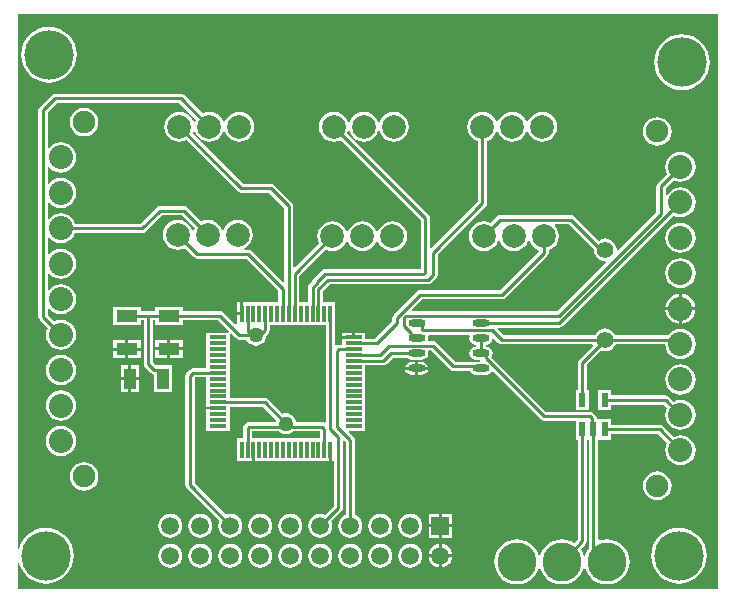
<source format=gtl>
G04*
G04 #@! TF.GenerationSoftware,Altium Limited,Altium Designer,19.1.5 (86)*
G04*
G04 Layer_Physical_Order=1*
G04 Layer_Color=255*
%FSLAX25Y25*%
%MOIN*%
G70*
G01*
G75*
%ADD10C,0.01000*%
%ADD16R,0.04016X0.07165*%
%ADD17R,0.07165X0.04016*%
%ADD18R,0.01181X0.05709*%
%ADD19R,0.05709X0.01181*%
%ADD20O,0.05709X0.02362*%
%ADD21R,0.02362X0.04724*%
%ADD37C,0.07874*%
%ADD38C,0.13000*%
%ADD39C,0.16500*%
%ADD40C,0.05906*%
%ADD41R,0.05906X0.05906*%
%ADD42C,0.05512*%
%ADD43C,0.07500*%
%ADD44C,0.08000*%
%ADD45C,0.05000*%
G36*
X234971Y1529D02*
X1529D01*
Y10133D01*
X2029Y10207D01*
X2413Y8943D01*
X3272Y7336D01*
X4428Y5928D01*
X5836Y4772D01*
X7443Y3913D01*
X9187Y3384D01*
X11000Y3205D01*
X12813Y3384D01*
X14557Y3913D01*
X16164Y4772D01*
X17572Y5928D01*
X18728Y7336D01*
X19587Y8943D01*
X20116Y10687D01*
X20295Y12500D01*
X20116Y14313D01*
X19587Y16057D01*
X18728Y17664D01*
X17572Y19072D01*
X16164Y20228D01*
X14557Y21087D01*
X12813Y21616D01*
X11000Y21795D01*
X9187Y21616D01*
X7443Y21087D01*
X5836Y20228D01*
X4428Y19072D01*
X3272Y17664D01*
X2413Y16057D01*
X2029Y14793D01*
X1529Y14867D01*
Y192971D01*
X234971D01*
Y1529D01*
D02*
G37*
%LPC*%
G36*
X12000Y188795D02*
X10187Y188616D01*
X8443Y188087D01*
X6836Y187228D01*
X5428Y186072D01*
X4272Y184664D01*
X3413Y183057D01*
X2884Y181313D01*
X2705Y179500D01*
X2884Y177687D01*
X3413Y175943D01*
X4272Y174336D01*
X5428Y172928D01*
X6836Y171772D01*
X8443Y170913D01*
X10187Y170384D01*
X12000Y170205D01*
X13813Y170384D01*
X15557Y170913D01*
X17164Y171772D01*
X18572Y172928D01*
X19728Y174336D01*
X20587Y175943D01*
X21116Y177687D01*
X21295Y179500D01*
X21116Y181313D01*
X20587Y183057D01*
X19728Y184664D01*
X18572Y186072D01*
X17164Y187228D01*
X15557Y188087D01*
X13813Y188616D01*
X12000Y188795D01*
D02*
G37*
G36*
X223000Y186295D02*
X221187Y186116D01*
X219443Y185587D01*
X217836Y184728D01*
X216428Y183572D01*
X215272Y182164D01*
X214413Y180557D01*
X213884Y178813D01*
X213705Y177000D01*
X213884Y175187D01*
X214413Y173443D01*
X215272Y171836D01*
X216428Y170428D01*
X217836Y169272D01*
X219443Y168413D01*
X221187Y167884D01*
X223000Y167705D01*
X224813Y167884D01*
X226557Y168413D01*
X228164Y169272D01*
X229572Y170428D01*
X230728Y171836D01*
X231587Y173443D01*
X232116Y175187D01*
X232295Y177000D01*
X232116Y178813D01*
X231587Y180557D01*
X230728Y182164D01*
X229572Y183572D01*
X228164Y184728D01*
X226557Y185587D01*
X224813Y186116D01*
X223000Y186295D01*
D02*
G37*
G36*
X56000Y166529D02*
X14000D01*
X13415Y166413D01*
X12919Y166081D01*
X8919Y162081D01*
X8587Y161585D01*
X8471Y161000D01*
Y92189D01*
X8587Y91604D01*
X8919Y91108D01*
X11540Y88486D01*
X11129Y87494D01*
X10957Y86189D01*
X11129Y84884D01*
X11632Y83667D01*
X12434Y82623D01*
X13478Y81822D01*
X14695Y81318D01*
X16000Y81146D01*
X17305Y81318D01*
X18522Y81822D01*
X19566Y82623D01*
X20368Y83667D01*
X20871Y84884D01*
X21043Y86189D01*
X20871Y87494D01*
X20368Y88711D01*
X19566Y89755D01*
X18522Y90557D01*
X17305Y91060D01*
X16000Y91232D01*
X14695Y91060D01*
X13702Y90649D01*
X11529Y92822D01*
Y94792D01*
X12029Y94961D01*
X12434Y94434D01*
X13478Y93633D01*
X14695Y93129D01*
X16000Y92957D01*
X17305Y93129D01*
X18522Y93633D01*
X19566Y94434D01*
X20368Y95478D01*
X20871Y96695D01*
X21043Y98000D01*
X20871Y99305D01*
X20368Y100522D01*
X19566Y101566D01*
X18522Y102367D01*
X17305Y102871D01*
X16000Y103043D01*
X14695Y102871D01*
X13478Y102367D01*
X12434Y101566D01*
X12029Y101039D01*
X11529Y101208D01*
Y106603D01*
X12029Y106772D01*
X12434Y106245D01*
X13478Y105444D01*
X14695Y104940D01*
X16000Y104768D01*
X17305Y104940D01*
X18522Y105444D01*
X19566Y106245D01*
X20368Y107289D01*
X20871Y108506D01*
X21043Y109811D01*
X20871Y111116D01*
X20368Y112333D01*
X19566Y113377D01*
X18522Y114179D01*
X17305Y114682D01*
X16000Y114854D01*
X14695Y114682D01*
X13478Y114179D01*
X12434Y113377D01*
X12029Y112850D01*
X11529Y113020D01*
Y118413D01*
X12029Y118583D01*
X12434Y118056D01*
X13478Y117254D01*
X14695Y116751D01*
X16000Y116579D01*
X17305Y116751D01*
X18522Y117254D01*
X19566Y118056D01*
X20368Y119100D01*
X20778Y120093D01*
X43122D01*
X43707Y120209D01*
X44203Y120541D01*
X49633Y125971D01*
X56366D01*
X60588Y121749D01*
X60271Y120983D01*
X59729D01*
X59312Y121990D01*
X58521Y123021D01*
X57490Y123812D01*
X56289Y124310D01*
X55000Y124480D01*
X53711Y124310D01*
X52510Y123812D01*
X51479Y123021D01*
X50687Y121990D01*
X50190Y120789D01*
X50020Y119500D01*
X50190Y118211D01*
X50687Y117010D01*
X51479Y115979D01*
X52510Y115188D01*
X53711Y114690D01*
X55000Y114520D01*
X56289Y114690D01*
X57249Y115088D01*
X60419Y111919D01*
X60915Y111587D01*
X61500Y111471D01*
X77867D01*
X88486Y100851D01*
Y96992D01*
X76614D01*
Y93138D01*
X76236D01*
Y92638D01*
X74646D01*
Y89724D01*
X74146Y89517D01*
X70081Y93581D01*
X69585Y93913D01*
X69000Y94029D01*
X56583D01*
Y95520D01*
X47417D01*
Y94041D01*
X42583D01*
Y95358D01*
X33417D01*
Y89343D01*
X42583D01*
Y90982D01*
X43551D01*
Y76431D01*
X43668Y75846D01*
X43999Y75350D01*
X46074Y73274D01*
X46571Y72943D01*
X47004Y72857D01*
Y66917D01*
X53020D01*
Y76083D01*
X47592D01*
X46610Y77065D01*
Y90982D01*
X47417D01*
Y89504D01*
X56583D01*
Y90971D01*
X68366D01*
X71983Y87354D01*
X71776Y86854D01*
X64508D01*
Y83673D01*
Y79736D01*
Y74982D01*
X59953D01*
X59368Y74866D01*
X58871Y74534D01*
X57919Y73581D01*
X57587Y73085D01*
X57471Y72500D01*
Y36000D01*
X57587Y35415D01*
X57919Y34919D01*
X68841Y23996D01*
X68649Y23532D01*
X68513Y22500D01*
X68649Y21468D01*
X69047Y20507D01*
X69681Y19681D01*
X70507Y19047D01*
X71468Y18649D01*
X72500Y18513D01*
X73532Y18649D01*
X74493Y19047D01*
X75319Y19681D01*
X75953Y20507D01*
X76351Y21468D01*
X76487Y22500D01*
X76351Y23532D01*
X75953Y24493D01*
X75319Y25319D01*
X74493Y25953D01*
X73532Y26351D01*
X72500Y26487D01*
X71468Y26351D01*
X71004Y26159D01*
X60529Y36634D01*
Y71867D01*
X60586Y71923D01*
X64508D01*
Y69894D01*
Y65957D01*
Y62020D01*
Y62019D01*
X68362D01*
Y61264D01*
X64508D01*
Y58083D01*
Y54146D01*
X72216D01*
Y58083D01*
Y62081D01*
X83256D01*
X87688Y57649D01*
X87590Y57414D01*
X87539Y57029D01*
X78791D01*
X78205Y56913D01*
X77709Y56581D01*
X77123Y55996D01*
X76792Y55500D01*
X76675Y54914D01*
Y51717D01*
X74646D01*
Y44008D01*
X79796D01*
Y47862D01*
X80551D01*
Y44008D01*
X105386D01*
Y47862D01*
X106264D01*
Y44008D01*
X106971D01*
Y29133D01*
X103996Y26159D01*
X103532Y26351D01*
X102500Y26487D01*
X101468Y26351D01*
X100507Y25953D01*
X99681Y25319D01*
X99047Y24493D01*
X98649Y23532D01*
X98513Y22500D01*
X98649Y21468D01*
X99047Y20507D01*
X99681Y19681D01*
X100507Y19047D01*
X101468Y18649D01*
X102500Y18513D01*
X103532Y18649D01*
X104493Y19047D01*
X105319Y19681D01*
X105953Y20507D01*
X106351Y21468D01*
X106487Y22500D01*
X106351Y23532D01*
X106159Y23996D01*
X109581Y27419D01*
X109913Y27915D01*
X110029Y28500D01*
Y50654D01*
X110491Y50846D01*
X110971Y50366D01*
Y26145D01*
X110507Y25953D01*
X109681Y25319D01*
X109047Y24493D01*
X108649Y23532D01*
X108513Y22500D01*
X108649Y21468D01*
X109047Y20507D01*
X109681Y19681D01*
X110507Y19047D01*
X111468Y18649D01*
X112500Y18513D01*
X113532Y18649D01*
X114493Y19047D01*
X115319Y19681D01*
X115953Y20507D01*
X116351Y21468D01*
X116487Y22500D01*
X116351Y23532D01*
X115953Y24493D01*
X115319Y25319D01*
X114493Y25953D01*
X114029Y26145D01*
Y51000D01*
X113913Y51585D01*
X113581Y52081D01*
X111979Y53684D01*
X112171Y54146D01*
X117492D01*
Y56114D01*
Y60051D01*
Y63988D01*
Y67925D01*
Y71862D01*
Y75971D01*
X123500D01*
X124085Y76087D01*
X124581Y76419D01*
X126634Y78471D01*
X131269D01*
X131298Y78427D01*
X132019Y77946D01*
X132870Y77776D01*
X136217D01*
X137068Y77946D01*
X137789Y78427D01*
X138271Y79149D01*
X138441Y80000D01*
X138347Y80471D01*
X138747Y80971D01*
X139289D01*
X145711Y74548D01*
X146208Y74216D01*
X146793Y74100D01*
X152305D01*
X152754Y73427D01*
X153476Y72945D01*
X154327Y72776D01*
X157673D01*
X158524Y72945D01*
X159246Y73427D01*
X159493Y73798D01*
X159991Y73847D01*
X175919Y57919D01*
X176415Y57587D01*
X177000Y57471D01*
X187579D01*
Y51217D01*
X188230D01*
Y17893D01*
X187132Y16795D01*
X185884Y17463D01*
X184470Y17891D01*
X183000Y18036D01*
X181530Y17891D01*
X180116Y17463D01*
X178813Y16766D01*
X177671Y15829D01*
X176734Y14687D01*
X176037Y13384D01*
X175761Y12474D01*
X175239D01*
X174963Y13384D01*
X174266Y14687D01*
X173329Y15829D01*
X172187Y16766D01*
X170884Y17463D01*
X169470Y17891D01*
X168000Y18036D01*
X166530Y17891D01*
X165116Y17463D01*
X163813Y16766D01*
X162671Y15829D01*
X161734Y14687D01*
X161037Y13384D01*
X160608Y11970D01*
X160464Y10500D01*
X160608Y9030D01*
X161037Y7616D01*
X161734Y6313D01*
X162671Y5171D01*
X163813Y4234D01*
X165116Y3537D01*
X166530Y3108D01*
X168000Y2964D01*
X169470Y3108D01*
X170884Y3537D01*
X172187Y4234D01*
X173329Y5171D01*
X174266Y6313D01*
X174963Y7616D01*
X175239Y8526D01*
X175761D01*
X176037Y7616D01*
X176734Y6313D01*
X177671Y5171D01*
X178813Y4234D01*
X180116Y3537D01*
X181530Y3108D01*
X183000Y2964D01*
X184470Y3108D01*
X185884Y3537D01*
X187187Y4234D01*
X188329Y5171D01*
X189266Y6313D01*
X189963Y7616D01*
X190239Y8526D01*
X190761D01*
X191037Y7616D01*
X191734Y6313D01*
X192671Y5171D01*
X193813Y4234D01*
X195116Y3537D01*
X196530Y3108D01*
X198000Y2964D01*
X199470Y3108D01*
X200884Y3537D01*
X202187Y4234D01*
X203329Y5171D01*
X204266Y6313D01*
X204963Y7616D01*
X205392Y9030D01*
X205536Y10500D01*
X205392Y11970D01*
X204963Y13384D01*
X204266Y14687D01*
X203329Y15829D01*
X202187Y16766D01*
X200884Y17463D01*
X199470Y17891D01*
X198000Y18036D01*
X196530Y17891D01*
X195529Y17588D01*
X195029Y17959D01*
Y51217D01*
X199421D01*
Y53049D01*
X214921D01*
X218040Y49931D01*
X217629Y48939D01*
X217457Y47634D01*
X217629Y46328D01*
X218132Y45112D01*
X218934Y44068D01*
X219978Y43266D01*
X221195Y42763D01*
X222500Y42591D01*
X223805Y42763D01*
X225022Y43266D01*
X226066Y44068D01*
X226868Y45112D01*
X227371Y46328D01*
X227543Y47634D01*
X227371Y48939D01*
X226868Y50155D01*
X226066Y51200D01*
X225022Y52001D01*
X223805Y52505D01*
X222500Y52677D01*
X221195Y52505D01*
X220203Y52094D01*
X216636Y55660D01*
X216140Y55992D01*
X215555Y56108D01*
X199421D01*
Y57941D01*
X194529D01*
Y58414D01*
X194413Y59000D01*
X194081Y59496D01*
X193496Y60081D01*
X192999Y60413D01*
X192414Y60529D01*
X177634D01*
X159442Y78721D01*
X159728Y79149D01*
X159897Y80000D01*
X159728Y80851D01*
X159246Y81573D01*
X158524Y82055D01*
X157673Y82224D01*
X157529D01*
Y82776D01*
X157673D01*
X158524Y82946D01*
X159246Y83428D01*
X159728Y84149D01*
X159842Y84723D01*
X160384Y84887D01*
X161853Y83419D01*
X162349Y83087D01*
X162934Y82971D01*
X193154D01*
X193346Y82509D01*
X188678Y77841D01*
X188347Y77345D01*
X188230Y76760D01*
Y67783D01*
X187579D01*
Y61059D01*
X191941D01*
Y67783D01*
X191289D01*
Y76126D01*
X196155Y80992D01*
X196519Y80841D01*
X197500Y80712D01*
X198480Y80841D01*
X199394Y81219D01*
X200179Y81821D01*
X200781Y82606D01*
X200932Y82971D01*
X217470D01*
X217629Y81762D01*
X218132Y80545D01*
X218934Y79501D01*
X219978Y78699D01*
X221195Y78196D01*
X222500Y78024D01*
X223805Y78196D01*
X225022Y78699D01*
X226066Y79501D01*
X226868Y80545D01*
X227371Y81762D01*
X227543Y83067D01*
X227371Y84372D01*
X226868Y85589D01*
X226066Y86633D01*
X225022Y87435D01*
X223805Y87938D01*
X222500Y88110D01*
X221195Y87938D01*
X219978Y87435D01*
X218934Y86633D01*
X218471Y86029D01*
X200932D01*
X200781Y86394D01*
X200179Y87179D01*
X199394Y87781D01*
X198480Y88159D01*
X197500Y88288D01*
X196519Y88159D01*
X195606Y87781D01*
X194821Y87179D01*
X194219Y86394D01*
X194068Y86029D01*
X163568D01*
X161589Y88009D01*
X161780Y88471D01*
X182189D01*
X182774Y88587D01*
X183270Y88919D01*
X220203Y125851D01*
X221195Y125440D01*
X222500Y125268D01*
X223805Y125440D01*
X225022Y125944D01*
X226066Y126745D01*
X226868Y127789D01*
X227371Y129006D01*
X227543Y130311D01*
X227371Y131616D01*
X226868Y132833D01*
X226066Y133877D01*
X225022Y134678D01*
X223805Y135182D01*
X222500Y135354D01*
X221195Y135182D01*
X219978Y134678D01*
X218934Y133877D01*
X218132Y132833D01*
X218029Y132584D01*
X217529Y132683D01*
Y134988D01*
X220203Y137662D01*
X221195Y137251D01*
X222500Y137079D01*
X223805Y137251D01*
X225022Y137754D01*
X226066Y138556D01*
X226868Y139600D01*
X227371Y140817D01*
X227543Y142122D01*
X227371Y143427D01*
X226868Y144644D01*
X226066Y145688D01*
X225022Y146490D01*
X223805Y146993D01*
X222500Y147165D01*
X221195Y146993D01*
X219978Y146490D01*
X218934Y145688D01*
X218132Y144644D01*
X217629Y143427D01*
X217457Y142122D01*
X217629Y140817D01*
X218040Y139824D01*
X214919Y136703D01*
X214587Y136207D01*
X214471Y135622D01*
Y127134D01*
X201741Y114404D01*
X201270Y114640D01*
X201159Y115480D01*
X200781Y116394D01*
X200179Y117179D01*
X199394Y117781D01*
X198480Y118159D01*
X197500Y118288D01*
X196519Y118159D01*
X195606Y117781D01*
X195196Y117467D01*
X187081Y125581D01*
X186585Y125913D01*
X186000Y126029D01*
X162500D01*
X161915Y125913D01*
X161419Y125581D01*
X159249Y123412D01*
X158289Y123810D01*
X157000Y123980D01*
X155711Y123810D01*
X154510Y123312D01*
X153479Y122521D01*
X152688Y121490D01*
X152190Y120289D01*
X152020Y119000D01*
X152190Y117711D01*
X152688Y116510D01*
X153479Y115479D01*
X154510Y114688D01*
X155711Y114190D01*
X157000Y114020D01*
X158289Y114190D01*
X159490Y114688D01*
X160521Y115479D01*
X161312Y116510D01*
X161729Y117517D01*
X162271D01*
X162688Y116510D01*
X163479Y115479D01*
X164510Y114688D01*
X165711Y114190D01*
X167000Y114020D01*
X168289Y114190D01*
X169490Y114688D01*
X170521Y115479D01*
X171312Y116510D01*
X171729Y117517D01*
X172271D01*
X172687Y116510D01*
X173479Y115479D01*
X174510Y114688D01*
X175081Y114451D01*
X175198Y113861D01*
X162366Y101029D01*
X135823D01*
X135238Y100913D01*
X134742Y100581D01*
X126919Y92758D01*
X126587Y92262D01*
X126471Y91677D01*
Y90633D01*
X120662Y84825D01*
X117492D01*
Y86854D01*
X114138D01*
Y85264D01*
X113638D01*
Y84886D01*
X109783D01*
Y82856D01*
X108586D01*
X108001Y82740D01*
X107793Y82601D01*
X107293Y82868D01*
Y89284D01*
X107354D01*
Y96992D01*
X103356D01*
Y100693D01*
X105633Y102971D01*
X138500D01*
X139085Y103087D01*
X139581Y103419D01*
X141081Y104919D01*
X141413Y105415D01*
X141529Y106000D01*
Y112866D01*
X157581Y128919D01*
X157913Y129415D01*
X158029Y130000D01*
Y150790D01*
X158990Y151188D01*
X160021Y151979D01*
X160812Y153010D01*
X161229Y154017D01*
X161771D01*
X162188Y153010D01*
X162979Y151979D01*
X164010Y151188D01*
X165211Y150690D01*
X166500Y150520D01*
X167789Y150690D01*
X168990Y151188D01*
X170021Y151979D01*
X170812Y153010D01*
X171229Y154017D01*
X171771D01*
X172187Y153010D01*
X172979Y151979D01*
X174010Y151188D01*
X175211Y150690D01*
X176500Y150520D01*
X177789Y150690D01*
X178990Y151188D01*
X180021Y151979D01*
X180813Y153010D01*
X181310Y154211D01*
X181480Y155500D01*
X181310Y156789D01*
X180813Y157990D01*
X180021Y159021D01*
X178990Y159812D01*
X177789Y160310D01*
X176500Y160480D01*
X175211Y160310D01*
X174010Y159812D01*
X172979Y159021D01*
X172187Y157990D01*
X171771Y156983D01*
X171229D01*
X170812Y157990D01*
X170021Y159021D01*
X168990Y159812D01*
X167789Y160310D01*
X166500Y160480D01*
X165211Y160310D01*
X164010Y159812D01*
X162979Y159021D01*
X162188Y157990D01*
X161771Y156983D01*
X161229D01*
X160812Y157990D01*
X160021Y159021D01*
X158990Y159812D01*
X157789Y160310D01*
X156500Y160480D01*
X155211Y160310D01*
X154010Y159812D01*
X152979Y159021D01*
X152188Y157990D01*
X151690Y156789D01*
X151520Y155500D01*
X151690Y154211D01*
X152188Y153010D01*
X152979Y151979D01*
X154010Y151188D01*
X154971Y150790D01*
Y130633D01*
X139491Y115154D01*
X139029Y115346D01*
Y125000D01*
X138913Y125585D01*
X138581Y126081D01*
X111412Y153251D01*
X111729Y154017D01*
X112271D01*
X112688Y153010D01*
X113479Y151979D01*
X114510Y151188D01*
X115711Y150690D01*
X117000Y150520D01*
X118289Y150690D01*
X119490Y151188D01*
X120521Y151979D01*
X121312Y153010D01*
X121729Y154017D01*
X122271D01*
X122687Y153010D01*
X123479Y151979D01*
X124510Y151188D01*
X125711Y150690D01*
X127000Y150520D01*
X128289Y150690D01*
X129490Y151188D01*
X130521Y151979D01*
X131313Y153010D01*
X131810Y154211D01*
X131980Y155500D01*
X131810Y156789D01*
X131313Y157990D01*
X130521Y159021D01*
X129490Y159812D01*
X128289Y160310D01*
X127000Y160480D01*
X125711Y160310D01*
X124510Y159812D01*
X123479Y159021D01*
X122687Y157990D01*
X122271Y156983D01*
X121729D01*
X121312Y157990D01*
X120521Y159021D01*
X119490Y159812D01*
X118289Y160310D01*
X117000Y160480D01*
X115711Y160310D01*
X114510Y159812D01*
X113479Y159021D01*
X112688Y157990D01*
X112271Y156983D01*
X111729D01*
X111312Y157990D01*
X110521Y159021D01*
X109490Y159812D01*
X108289Y160310D01*
X107000Y160480D01*
X105711Y160310D01*
X104510Y159812D01*
X103479Y159021D01*
X102688Y157990D01*
X102190Y156789D01*
X102020Y155500D01*
X102190Y154211D01*
X102688Y153010D01*
X103479Y151979D01*
X104510Y151188D01*
X105711Y150690D01*
X107000Y150520D01*
X108289Y150690D01*
X109249Y151088D01*
X135971Y124366D01*
Y108029D01*
X104000D01*
X103415Y107913D01*
X102919Y107581D01*
X100169Y104831D01*
X99837Y104335D01*
X99754Y103917D01*
X98777Y102940D01*
X98445Y102444D01*
X98329Y101858D01*
Y96992D01*
X95482D01*
Y105819D01*
X104251Y114588D01*
X105211Y114190D01*
X106500Y114020D01*
X107789Y114190D01*
X108990Y114688D01*
X110021Y115479D01*
X110812Y116510D01*
X111229Y117517D01*
X111771D01*
X112188Y116510D01*
X112979Y115479D01*
X114010Y114688D01*
X115211Y114190D01*
X116500Y114020D01*
X117789Y114190D01*
X118990Y114688D01*
X120021Y115479D01*
X120812Y116510D01*
X121229Y117517D01*
X121771D01*
X122187Y116510D01*
X122979Y115479D01*
X124010Y114688D01*
X125211Y114190D01*
X126500Y114020D01*
X127789Y114190D01*
X128990Y114688D01*
X130021Y115479D01*
X130813Y116510D01*
X131310Y117711D01*
X131480Y119000D01*
X131310Y120289D01*
X130813Y121490D01*
X130021Y122521D01*
X128990Y123312D01*
X127789Y123810D01*
X126500Y123980D01*
X125211Y123810D01*
X124010Y123312D01*
X122979Y122521D01*
X122187Y121490D01*
X121771Y120483D01*
X121229D01*
X120812Y121490D01*
X120021Y122521D01*
X118990Y123312D01*
X117789Y123810D01*
X116500Y123980D01*
X115211Y123810D01*
X114010Y123312D01*
X112979Y122521D01*
X112188Y121490D01*
X111771Y120483D01*
X111229D01*
X110812Y121490D01*
X110021Y122521D01*
X108990Y123312D01*
X107789Y123810D01*
X106500Y123980D01*
X105211Y123810D01*
X104010Y123312D01*
X102979Y122521D01*
X102188Y121490D01*
X101690Y120289D01*
X101520Y119000D01*
X101690Y117711D01*
X102088Y116751D01*
X93976Y108638D01*
X93514Y108830D01*
Y129016D01*
X93397Y129601D01*
X93066Y130097D01*
X87081Y136081D01*
X86585Y136413D01*
X86000Y136529D01*
X76634D01*
X59912Y153251D01*
X60229Y154017D01*
X60771D01*
X61187Y153010D01*
X61979Y151979D01*
X63010Y151188D01*
X64211Y150690D01*
X65500Y150520D01*
X66789Y150690D01*
X67990Y151188D01*
X69021Y151979D01*
X69813Y153010D01*
X70229Y154017D01*
X70771D01*
X71188Y153010D01*
X71979Y151979D01*
X73010Y151188D01*
X74211Y150690D01*
X75500Y150520D01*
X76789Y150690D01*
X77990Y151188D01*
X79021Y151979D01*
X79813Y153010D01*
X80310Y154211D01*
X80480Y155500D01*
X80310Y156789D01*
X79813Y157990D01*
X79021Y159021D01*
X77990Y159812D01*
X76789Y160310D01*
X75500Y160480D01*
X74211Y160310D01*
X73010Y159812D01*
X71979Y159021D01*
X71188Y157990D01*
X70771Y156983D01*
X70229D01*
X69813Y157990D01*
X69021Y159021D01*
X67990Y159812D01*
X66789Y160310D01*
X65500Y160480D01*
X64211Y160310D01*
X63251Y159912D01*
X57081Y166081D01*
X56585Y166413D01*
X56000Y166529D01*
D02*
G37*
G36*
X214783Y158724D02*
X213543Y158561D01*
X212388Y158082D01*
X211396Y157321D01*
X210634Y156328D01*
X210156Y155173D01*
X209992Y153933D01*
X210156Y152693D01*
X210634Y151538D01*
X211396Y150545D01*
X212388Y149784D01*
X213543Y149305D01*
X214783Y149142D01*
X216023Y149305D01*
X217179Y149784D01*
X218171Y150545D01*
X218933Y151538D01*
X219411Y152693D01*
X219574Y153933D01*
X219411Y155173D01*
X218933Y156328D01*
X218171Y157321D01*
X217179Y158082D01*
X216023Y158561D01*
X214783Y158724D01*
D02*
G37*
G36*
X222500Y123543D02*
X221195Y123371D01*
X219978Y122868D01*
X218934Y122066D01*
X218132Y121022D01*
X217629Y119805D01*
X217457Y118500D01*
X217629Y117195D01*
X218132Y115978D01*
X218934Y114934D01*
X219978Y114132D01*
X221195Y113629D01*
X222500Y113457D01*
X223805Y113629D01*
X225022Y114132D01*
X226066Y114934D01*
X226868Y115978D01*
X227371Y117195D01*
X227543Y118500D01*
X227371Y119805D01*
X226868Y121022D01*
X226066Y122066D01*
X225022Y122868D01*
X223805Y123371D01*
X222500Y123543D01*
D02*
G37*
G36*
Y111732D02*
X221195Y111560D01*
X219978Y111056D01*
X218934Y110255D01*
X218132Y109211D01*
X217629Y107994D01*
X217457Y106689D01*
X217629Y105384D01*
X218132Y104167D01*
X218934Y103123D01*
X219978Y102322D01*
X221195Y101818D01*
X222500Y101646D01*
X223805Y101818D01*
X225022Y102322D01*
X226066Y103123D01*
X226868Y104167D01*
X227371Y105384D01*
X227543Y106689D01*
X227371Y107994D01*
X226868Y109211D01*
X226066Y110255D01*
X225022Y111056D01*
X223805Y111560D01*
X222500Y111732D01*
D02*
G37*
G36*
X223000Y99855D02*
Y95378D01*
X227477D01*
X227371Y96183D01*
X226868Y97400D01*
X226066Y98444D01*
X225022Y99246D01*
X223805Y99749D01*
X223000Y99855D01*
D02*
G37*
G36*
X222000D02*
X221195Y99749D01*
X219978Y99246D01*
X218934Y98444D01*
X218132Y97400D01*
X217629Y96183D01*
X217523Y95378D01*
X222000D01*
Y99855D01*
D02*
G37*
G36*
X75736Y96992D02*
X74646D01*
Y93638D01*
X75736D01*
Y96992D01*
D02*
G37*
G36*
X227477Y94378D02*
X223000D01*
Y89901D01*
X223805Y90007D01*
X225022Y90510D01*
X226066Y91312D01*
X226868Y92356D01*
X227371Y93573D01*
X227477Y94378D01*
D02*
G37*
G36*
X222000D02*
X217523D01*
X217629Y93573D01*
X218132Y92356D01*
X218934Y91312D01*
X219978Y90510D01*
X221195Y90007D01*
X222000Y89901D01*
Y94378D01*
D02*
G37*
G36*
X113138Y86854D02*
X109783D01*
Y85764D01*
X113138D01*
Y86854D01*
D02*
G37*
G36*
X56583Y84496D02*
X52500D01*
Y81988D01*
X56583D01*
Y84496D01*
D02*
G37*
G36*
X51500D02*
X47417D01*
Y81988D01*
X51500D01*
Y84496D01*
D02*
G37*
G36*
X42583Y84335D02*
X38500D01*
Y81827D01*
X42583D01*
Y84335D01*
D02*
G37*
G36*
X37500D02*
X33417D01*
Y81827D01*
X37500D01*
Y84335D01*
D02*
G37*
G36*
X56583Y80988D02*
X52500D01*
Y78480D01*
X56583D01*
Y80988D01*
D02*
G37*
G36*
X51500D02*
X47417D01*
Y78480D01*
X51500D01*
Y80988D01*
D02*
G37*
G36*
X42583Y80827D02*
X38500D01*
Y78319D01*
X42583D01*
Y80827D01*
D02*
G37*
G36*
X37500D02*
X33417D01*
Y78319D01*
X37500D01*
Y80827D01*
D02*
G37*
G36*
X136217Y77224D02*
X135043D01*
Y75500D01*
X138341D01*
X138271Y75851D01*
X137789Y76573D01*
X137068Y77055D01*
X136217Y77224D01*
D02*
G37*
G36*
X134043D02*
X132870D01*
X132019Y77055D01*
X131298Y76573D01*
X130816Y75851D01*
X130746Y75500D01*
X134043D01*
Y77224D01*
D02*
G37*
G36*
X138341Y74500D02*
X135043D01*
Y72776D01*
X136217D01*
X137068Y72945D01*
X137789Y73427D01*
X138271Y74149D01*
X138341Y74500D01*
D02*
G37*
G36*
X134043D02*
X130746D01*
X130816Y74149D01*
X131298Y73427D01*
X132019Y72945D01*
X132870Y72776D01*
X134043D01*
Y74500D01*
D02*
G37*
G36*
X41996Y76083D02*
X39488D01*
Y72000D01*
X41996D01*
Y76083D01*
D02*
G37*
G36*
X38488D02*
X35980D01*
Y72000D01*
X38488D01*
Y76083D01*
D02*
G37*
G36*
X16000Y79421D02*
X14695Y79249D01*
X13478Y78746D01*
X12434Y77944D01*
X11632Y76900D01*
X11129Y75683D01*
X10957Y74378D01*
X11129Y73073D01*
X11632Y71856D01*
X12434Y70812D01*
X13478Y70011D01*
X14695Y69507D01*
X16000Y69335D01*
X17305Y69507D01*
X18522Y70011D01*
X19566Y70812D01*
X20368Y71856D01*
X20871Y73073D01*
X21043Y74378D01*
X20871Y75683D01*
X20368Y76900D01*
X19566Y77944D01*
X18522Y78746D01*
X17305Y79249D01*
X16000Y79421D01*
D02*
G37*
G36*
X41996Y71000D02*
X39488D01*
Y66917D01*
X41996D01*
Y71000D01*
D02*
G37*
G36*
X38488D02*
X35980D01*
Y66917D01*
X38488D01*
Y71000D01*
D02*
G37*
G36*
X222500Y76299D02*
X221195Y76127D01*
X219978Y75624D01*
X218934Y74822D01*
X218132Y73778D01*
X217629Y72561D01*
X217457Y71256D01*
X217629Y69951D01*
X218132Y68734D01*
X218934Y67690D01*
X219978Y66888D01*
X221195Y66385D01*
X222500Y66213D01*
X223805Y66385D01*
X225022Y66888D01*
X226066Y67690D01*
X226868Y68734D01*
X227371Y69951D01*
X227543Y71256D01*
X227371Y72561D01*
X226868Y73778D01*
X226066Y74822D01*
X225022Y75624D01*
X223805Y76127D01*
X222500Y76299D01*
D02*
G37*
G36*
X16000Y67610D02*
X14695Y67438D01*
X13478Y66935D01*
X12434Y66133D01*
X11632Y65089D01*
X11129Y63872D01*
X10957Y62567D01*
X11129Y61262D01*
X11632Y60045D01*
X12434Y59001D01*
X13478Y58200D01*
X14695Y57696D01*
X16000Y57524D01*
X17305Y57696D01*
X18522Y58200D01*
X19566Y59001D01*
X20368Y60045D01*
X20871Y61262D01*
X21043Y62567D01*
X20871Y63872D01*
X20368Y65089D01*
X19566Y66133D01*
X18522Y66935D01*
X17305Y67438D01*
X16000Y67610D01*
D02*
G37*
G36*
X199421Y67783D02*
X195059D01*
Y61059D01*
X199421D01*
Y62892D01*
X216890D01*
X218040Y61742D01*
X217629Y60750D01*
X217457Y59445D01*
X217629Y58139D01*
X218132Y56923D01*
X218934Y55879D01*
X219978Y55077D01*
X221195Y54574D01*
X222500Y54402D01*
X223805Y54574D01*
X225022Y55077D01*
X226066Y55879D01*
X226868Y56923D01*
X227371Y58139D01*
X227543Y59445D01*
X227371Y60750D01*
X226868Y61966D01*
X226066Y63011D01*
X225022Y63812D01*
X223805Y64316D01*
X222500Y64488D01*
X221195Y64316D01*
X220203Y63905D01*
X218605Y65503D01*
X218109Y65834D01*
X217524Y65951D01*
X199421D01*
Y67783D01*
D02*
G37*
G36*
X16000Y55799D02*
X14695Y55627D01*
X13478Y55124D01*
X12434Y54322D01*
X11632Y53278D01*
X11129Y52061D01*
X10957Y50756D01*
X11129Y49451D01*
X11632Y48234D01*
X12434Y47190D01*
X13478Y46389D01*
X14695Y45885D01*
X16000Y45713D01*
X17305Y45885D01*
X18522Y46389D01*
X19566Y47190D01*
X20368Y48234D01*
X20871Y49451D01*
X21043Y50756D01*
X20871Y52061D01*
X20368Y53278D01*
X19566Y54322D01*
X18522Y55124D01*
X17305Y55627D01*
X16000Y55799D01*
D02*
G37*
G36*
X23717Y43736D02*
X22477Y43573D01*
X21321Y43094D01*
X20329Y42333D01*
X19568Y41340D01*
X19089Y40185D01*
X18926Y38945D01*
X19089Y37705D01*
X19568Y36549D01*
X20329Y35557D01*
X21321Y34796D01*
X22477Y34317D01*
X23717Y34154D01*
X24957Y34317D01*
X26112Y34796D01*
X27104Y35557D01*
X27866Y36549D01*
X28344Y37705D01*
X28508Y38945D01*
X28344Y40185D01*
X27866Y41340D01*
X27104Y42333D01*
X26112Y43094D01*
X24957Y43573D01*
X23717Y43736D01*
D02*
G37*
G36*
X214783Y40614D02*
X213543Y40451D01*
X212388Y39972D01*
X211396Y39211D01*
X210634Y38218D01*
X210156Y37063D01*
X209992Y35823D01*
X210156Y34583D01*
X210634Y33427D01*
X211396Y32435D01*
X212388Y31674D01*
X213543Y31195D01*
X214783Y31032D01*
X216023Y31195D01*
X217179Y31674D01*
X218171Y32435D01*
X218933Y33427D01*
X219411Y34583D01*
X219574Y35823D01*
X219411Y37063D01*
X218933Y38218D01*
X218171Y39211D01*
X217179Y39972D01*
X216023Y40451D01*
X214783Y40614D01*
D02*
G37*
G36*
X146453Y26453D02*
X143000D01*
Y23000D01*
X146453D01*
Y26453D01*
D02*
G37*
G36*
X142000D02*
X138547D01*
Y23000D01*
X142000D01*
Y26453D01*
D02*
G37*
G36*
X146453Y22000D02*
X143000D01*
Y18547D01*
X146453D01*
Y22000D01*
D02*
G37*
G36*
X142000D02*
X138547D01*
Y18547D01*
X142000D01*
Y22000D01*
D02*
G37*
G36*
X132500Y26487D02*
X131468Y26351D01*
X130507Y25953D01*
X129681Y25319D01*
X129047Y24493D01*
X128649Y23532D01*
X128513Y22500D01*
X128649Y21468D01*
X129047Y20507D01*
X129681Y19681D01*
X130507Y19047D01*
X131468Y18649D01*
X132500Y18513D01*
X133532Y18649D01*
X134493Y19047D01*
X135319Y19681D01*
X135953Y20507D01*
X136351Y21468D01*
X136487Y22500D01*
X136351Y23532D01*
X135953Y24493D01*
X135319Y25319D01*
X134493Y25953D01*
X133532Y26351D01*
X132500Y26487D01*
D02*
G37*
G36*
X122500D02*
X121468Y26351D01*
X120507Y25953D01*
X119681Y25319D01*
X119047Y24493D01*
X118649Y23532D01*
X118513Y22500D01*
X118649Y21468D01*
X119047Y20507D01*
X119681Y19681D01*
X120507Y19047D01*
X121468Y18649D01*
X122500Y18513D01*
X123532Y18649D01*
X124493Y19047D01*
X125319Y19681D01*
X125953Y20507D01*
X126351Y21468D01*
X126487Y22500D01*
X126351Y23532D01*
X125953Y24493D01*
X125319Y25319D01*
X124493Y25953D01*
X123532Y26351D01*
X122500Y26487D01*
D02*
G37*
G36*
X92500D02*
X91468Y26351D01*
X90507Y25953D01*
X89681Y25319D01*
X89047Y24493D01*
X88649Y23532D01*
X88513Y22500D01*
X88649Y21468D01*
X89047Y20507D01*
X89681Y19681D01*
X90507Y19047D01*
X91468Y18649D01*
X92500Y18513D01*
X93532Y18649D01*
X94493Y19047D01*
X95319Y19681D01*
X95953Y20507D01*
X96351Y21468D01*
X96487Y22500D01*
X96351Y23532D01*
X95953Y24493D01*
X95319Y25319D01*
X94493Y25953D01*
X93532Y26351D01*
X92500Y26487D01*
D02*
G37*
G36*
X82500D02*
X81468Y26351D01*
X80507Y25953D01*
X79681Y25319D01*
X79047Y24493D01*
X78649Y23532D01*
X78513Y22500D01*
X78649Y21468D01*
X79047Y20507D01*
X79681Y19681D01*
X80507Y19047D01*
X81468Y18649D01*
X82500Y18513D01*
X83532Y18649D01*
X84493Y19047D01*
X85319Y19681D01*
X85953Y20507D01*
X86351Y21468D01*
X86487Y22500D01*
X86351Y23532D01*
X85953Y24493D01*
X85319Y25319D01*
X84493Y25953D01*
X83532Y26351D01*
X82500Y26487D01*
D02*
G37*
G36*
X62500D02*
X61468Y26351D01*
X60507Y25953D01*
X59681Y25319D01*
X59047Y24493D01*
X58649Y23532D01*
X58513Y22500D01*
X58649Y21468D01*
X59047Y20507D01*
X59681Y19681D01*
X60507Y19047D01*
X61468Y18649D01*
X62500Y18513D01*
X63532Y18649D01*
X64493Y19047D01*
X65319Y19681D01*
X65953Y20507D01*
X66351Y21468D01*
X66487Y22500D01*
X66351Y23532D01*
X65953Y24493D01*
X65319Y25319D01*
X64493Y25953D01*
X63532Y26351D01*
X62500Y26487D01*
D02*
G37*
G36*
X52500D02*
X51468Y26351D01*
X50507Y25953D01*
X49681Y25319D01*
X49047Y24493D01*
X48649Y23532D01*
X48513Y22500D01*
X48649Y21468D01*
X49047Y20507D01*
X49681Y19681D01*
X50507Y19047D01*
X51468Y18649D01*
X52500Y18513D01*
X53532Y18649D01*
X54493Y19047D01*
X55319Y19681D01*
X55953Y20507D01*
X56351Y21468D01*
X56487Y22500D01*
X56351Y23532D01*
X55953Y24493D01*
X55319Y25319D01*
X54493Y25953D01*
X53532Y26351D01*
X52500Y26487D01*
D02*
G37*
G36*
X143000Y16421D02*
Y13000D01*
X146421D01*
X146351Y13532D01*
X145953Y14493D01*
X145319Y15319D01*
X144493Y15953D01*
X143532Y16351D01*
X143000Y16421D01*
D02*
G37*
G36*
X142000D02*
X141468Y16351D01*
X140507Y15953D01*
X139681Y15319D01*
X139047Y14493D01*
X138649Y13532D01*
X138579Y13000D01*
X142000D01*
Y16421D01*
D02*
G37*
G36*
X146421Y12000D02*
X143000D01*
Y8579D01*
X143532Y8649D01*
X144493Y9047D01*
X145319Y9681D01*
X145953Y10507D01*
X146351Y11468D01*
X146421Y12000D01*
D02*
G37*
G36*
X142000D02*
X138579D01*
X138649Y11468D01*
X139047Y10507D01*
X139681Y9681D01*
X140507Y9047D01*
X141468Y8649D01*
X142000Y8579D01*
Y12000D01*
D02*
G37*
G36*
X132500Y16487D02*
X131468Y16351D01*
X130507Y15953D01*
X129681Y15319D01*
X129047Y14493D01*
X128649Y13532D01*
X128513Y12500D01*
X128649Y11468D01*
X129047Y10507D01*
X129681Y9681D01*
X130507Y9047D01*
X131468Y8649D01*
X132500Y8513D01*
X133532Y8649D01*
X134493Y9047D01*
X135319Y9681D01*
X135953Y10507D01*
X136351Y11468D01*
X136487Y12500D01*
X136351Y13532D01*
X135953Y14493D01*
X135319Y15319D01*
X134493Y15953D01*
X133532Y16351D01*
X132500Y16487D01*
D02*
G37*
G36*
X122500D02*
X121468Y16351D01*
X120507Y15953D01*
X119681Y15319D01*
X119047Y14493D01*
X118649Y13532D01*
X118513Y12500D01*
X118649Y11468D01*
X119047Y10507D01*
X119681Y9681D01*
X120507Y9047D01*
X121468Y8649D01*
X122500Y8513D01*
X123532Y8649D01*
X124493Y9047D01*
X125319Y9681D01*
X125953Y10507D01*
X126351Y11468D01*
X126487Y12500D01*
X126351Y13532D01*
X125953Y14493D01*
X125319Y15319D01*
X124493Y15953D01*
X123532Y16351D01*
X122500Y16487D01*
D02*
G37*
G36*
X112500D02*
X111468Y16351D01*
X110507Y15953D01*
X109681Y15319D01*
X109047Y14493D01*
X108649Y13532D01*
X108513Y12500D01*
X108649Y11468D01*
X109047Y10507D01*
X109681Y9681D01*
X110507Y9047D01*
X111468Y8649D01*
X112500Y8513D01*
X113532Y8649D01*
X114493Y9047D01*
X115319Y9681D01*
X115953Y10507D01*
X116351Y11468D01*
X116487Y12500D01*
X116351Y13532D01*
X115953Y14493D01*
X115319Y15319D01*
X114493Y15953D01*
X113532Y16351D01*
X112500Y16487D01*
D02*
G37*
G36*
X102500D02*
X101468Y16351D01*
X100507Y15953D01*
X99681Y15319D01*
X99047Y14493D01*
X98649Y13532D01*
X98513Y12500D01*
X98649Y11468D01*
X99047Y10507D01*
X99681Y9681D01*
X100507Y9047D01*
X101468Y8649D01*
X102500Y8513D01*
X103532Y8649D01*
X104493Y9047D01*
X105319Y9681D01*
X105953Y10507D01*
X106351Y11468D01*
X106487Y12500D01*
X106351Y13532D01*
X105953Y14493D01*
X105319Y15319D01*
X104493Y15953D01*
X103532Y16351D01*
X102500Y16487D01*
D02*
G37*
G36*
X92500D02*
X91468Y16351D01*
X90507Y15953D01*
X89681Y15319D01*
X89047Y14493D01*
X88649Y13532D01*
X88513Y12500D01*
X88649Y11468D01*
X89047Y10507D01*
X89681Y9681D01*
X90507Y9047D01*
X91468Y8649D01*
X92500Y8513D01*
X93532Y8649D01*
X94493Y9047D01*
X95319Y9681D01*
X95953Y10507D01*
X96351Y11468D01*
X96487Y12500D01*
X96351Y13532D01*
X95953Y14493D01*
X95319Y15319D01*
X94493Y15953D01*
X93532Y16351D01*
X92500Y16487D01*
D02*
G37*
G36*
X82500D02*
X81468Y16351D01*
X80507Y15953D01*
X79681Y15319D01*
X79047Y14493D01*
X78649Y13532D01*
X78513Y12500D01*
X78649Y11468D01*
X79047Y10507D01*
X79681Y9681D01*
X80507Y9047D01*
X81468Y8649D01*
X82500Y8513D01*
X83532Y8649D01*
X84493Y9047D01*
X85319Y9681D01*
X85953Y10507D01*
X86351Y11468D01*
X86487Y12500D01*
X86351Y13532D01*
X85953Y14493D01*
X85319Y15319D01*
X84493Y15953D01*
X83532Y16351D01*
X82500Y16487D01*
D02*
G37*
G36*
X72500D02*
X71468Y16351D01*
X70507Y15953D01*
X69681Y15319D01*
X69047Y14493D01*
X68649Y13532D01*
X68513Y12500D01*
X68649Y11468D01*
X69047Y10507D01*
X69681Y9681D01*
X70507Y9047D01*
X71468Y8649D01*
X72500Y8513D01*
X73532Y8649D01*
X74493Y9047D01*
X75319Y9681D01*
X75953Y10507D01*
X76351Y11468D01*
X76487Y12500D01*
X76351Y13532D01*
X75953Y14493D01*
X75319Y15319D01*
X74493Y15953D01*
X73532Y16351D01*
X72500Y16487D01*
D02*
G37*
G36*
X62500D02*
X61468Y16351D01*
X60507Y15953D01*
X59681Y15319D01*
X59047Y14493D01*
X58649Y13532D01*
X58513Y12500D01*
X58649Y11468D01*
X59047Y10507D01*
X59681Y9681D01*
X60507Y9047D01*
X61468Y8649D01*
X62500Y8513D01*
X63532Y8649D01*
X64493Y9047D01*
X65319Y9681D01*
X65953Y10507D01*
X66351Y11468D01*
X66487Y12500D01*
X66351Y13532D01*
X65953Y14493D01*
X65319Y15319D01*
X64493Y15953D01*
X63532Y16351D01*
X62500Y16487D01*
D02*
G37*
G36*
X52500D02*
X51468Y16351D01*
X50507Y15953D01*
X49681Y15319D01*
X49047Y14493D01*
X48649Y13532D01*
X48513Y12500D01*
X48649Y11468D01*
X49047Y10507D01*
X49681Y9681D01*
X50507Y9047D01*
X51468Y8649D01*
X52500Y8513D01*
X53532Y8649D01*
X54493Y9047D01*
X55319Y9681D01*
X55953Y10507D01*
X56351Y11468D01*
X56487Y12500D01*
X56351Y13532D01*
X55953Y14493D01*
X55319Y15319D01*
X54493Y15953D01*
X53532Y16351D01*
X52500Y16487D01*
D02*
G37*
G36*
X222000Y21795D02*
X220187Y21616D01*
X218443Y21087D01*
X216836Y20228D01*
X215428Y19072D01*
X214272Y17664D01*
X213413Y16057D01*
X212884Y14313D01*
X212705Y12500D01*
X212884Y10687D01*
X213413Y8943D01*
X214272Y7336D01*
X215428Y5928D01*
X216836Y4772D01*
X218443Y3913D01*
X220187Y3384D01*
X222000Y3205D01*
X223813Y3384D01*
X225557Y3913D01*
X227164Y4772D01*
X228572Y5928D01*
X229728Y7336D01*
X230587Y8943D01*
X231116Y10687D01*
X231295Y12500D01*
X231116Y14313D01*
X230587Y16057D01*
X229728Y17664D01*
X228572Y19072D01*
X227164Y20228D01*
X225557Y21087D01*
X223813Y21616D01*
X222000Y21795D01*
D02*
G37*
%LPD*%
G36*
X61088Y157749D02*
X60771Y156983D01*
X60229D01*
X59812Y157990D01*
X59021Y159021D01*
X57990Y159812D01*
X56789Y160310D01*
X55500Y160480D01*
X54211Y160310D01*
X53010Y159812D01*
X51979Y159021D01*
X51187Y157990D01*
X50690Y156789D01*
X50520Y155500D01*
X50690Y154211D01*
X51187Y153010D01*
X51979Y151979D01*
X53010Y151188D01*
X54211Y150690D01*
X55500Y150520D01*
X56789Y150690D01*
X57749Y151088D01*
X74919Y133919D01*
X75415Y133587D01*
X76000Y133471D01*
X85366D01*
X90455Y128382D01*
Y103861D01*
X89993Y103670D01*
X79581Y114081D01*
X79085Y114413D01*
X78500Y114529D01*
X77207D01*
X77108Y115029D01*
X77490Y115188D01*
X78521Y115979D01*
X79312Y117010D01*
X79810Y118211D01*
X79980Y119500D01*
X79810Y120789D01*
X79312Y121990D01*
X78521Y123021D01*
X77490Y123812D01*
X76289Y124310D01*
X75000Y124480D01*
X73711Y124310D01*
X72510Y123812D01*
X71479Y123021D01*
X70688Y121990D01*
X70271Y120983D01*
X69729D01*
X69313Y121990D01*
X68521Y123021D01*
X67490Y123812D01*
X66289Y124310D01*
X65000Y124480D01*
X63711Y124310D01*
X62751Y123912D01*
X58081Y128581D01*
X57585Y128913D01*
X57000Y129029D01*
X49000D01*
X48415Y128913D01*
X47919Y128581D01*
X42489Y123151D01*
X20778D01*
X20368Y124144D01*
X19566Y125188D01*
X18522Y125989D01*
X17305Y126493D01*
X16000Y126665D01*
X14695Y126493D01*
X13478Y125989D01*
X12434Y125188D01*
X12029Y124661D01*
X11529Y124830D01*
Y130225D01*
X12029Y130394D01*
X12434Y129867D01*
X13478Y129066D01*
X14695Y128562D01*
X16000Y128390D01*
X17305Y128562D01*
X18522Y129066D01*
X19566Y129867D01*
X20368Y130911D01*
X20871Y132128D01*
X21043Y133433D01*
X20871Y134738D01*
X20368Y135955D01*
X19566Y136999D01*
X18522Y137801D01*
X17305Y138304D01*
X16000Y138476D01*
X14695Y138304D01*
X13478Y137801D01*
X12434Y136999D01*
X12029Y136472D01*
X11529Y136642D01*
Y142035D01*
X12029Y142205D01*
X12434Y141678D01*
X13478Y140876D01*
X14695Y140373D01*
X16000Y140201D01*
X17305Y140373D01*
X18522Y140876D01*
X19566Y141678D01*
X20368Y142722D01*
X20871Y143939D01*
X21043Y145244D01*
X20871Y146549D01*
X20368Y147766D01*
X19566Y148810D01*
X18522Y149611D01*
X17305Y150115D01*
X16000Y150287D01*
X14695Y150115D01*
X13478Y149611D01*
X12434Y148810D01*
X12029Y148283D01*
X11529Y148452D01*
Y160366D01*
X14634Y163471D01*
X55366D01*
X61088Y157749D01*
D02*
G37*
G36*
X193659Y114678D02*
X193729Y114631D01*
X193712Y114500D01*
X193841Y113520D01*
X194219Y112606D01*
X194821Y111821D01*
X195606Y111219D01*
X196519Y110841D01*
X197360Y110730D01*
X197596Y110259D01*
X181367Y94029D01*
X133169D01*
X132977Y94491D01*
X136457Y97971D01*
X163000D01*
X163585Y98087D01*
X164081Y98419D01*
X178081Y112419D01*
X178413Y112915D01*
X178529Y113500D01*
Y114290D01*
X179490Y114688D01*
X180521Y115479D01*
X181313Y116510D01*
X181810Y117711D01*
X181980Y119000D01*
X181810Y120289D01*
X181313Y121490D01*
X180560Y122471D01*
X180654Y122913D01*
X180674Y122971D01*
X185366D01*
X193659Y114678D01*
D02*
G37*
G36*
X104234Y57081D02*
X103734Y56813D01*
X103585Y56913D01*
X103000Y57029D01*
X94460D01*
X94410Y57414D01*
X94057Y58265D01*
X93496Y58996D01*
X92765Y59557D01*
X91914Y59910D01*
X91000Y60030D01*
X90086Y59910D01*
X89851Y59812D01*
X84971Y64692D01*
X84475Y65023D01*
X83890Y65140D01*
X72216D01*
Y69894D01*
Y73831D01*
Y77768D01*
Y81705D01*
Y86414D01*
X72716Y86621D01*
X74419Y84919D01*
X74915Y84587D01*
X75500Y84471D01*
X77845D01*
X77943Y84235D01*
X78504Y83504D01*
X79235Y82943D01*
X80086Y82590D01*
X81000Y82470D01*
X81914Y82590D01*
X82765Y82943D01*
X83496Y83504D01*
X84057Y84235D01*
X84410Y85086D01*
X84510Y85847D01*
X85192Y86529D01*
X85523Y87025D01*
X85640Y87610D01*
Y89284D01*
X104234D01*
Y57081D01*
D02*
G37*
G36*
X152240Y85690D02*
X152103Y85000D01*
X152272Y84149D01*
X152754Y83428D01*
X153476Y82946D01*
X154327Y82776D01*
X154471D01*
Y82224D01*
X154327D01*
X153476Y82055D01*
X152754Y81573D01*
X152272Y80851D01*
X152103Y80000D01*
X152272Y79149D01*
X152754Y78427D01*
X153476Y77946D01*
X154327Y77776D01*
X155814D01*
X155826Y77772D01*
X155855Y77724D01*
X155572Y77224D01*
X154327D01*
X153999Y77159D01*
X147426D01*
X141004Y83581D01*
X140507Y83913D01*
X139922Y84029D01*
X138747D01*
X138347Y84529D01*
X138441Y85000D01*
X138303Y85690D01*
X138601Y86190D01*
X151943D01*
X152240Y85690D01*
D02*
G37*
G36*
X102266Y51717D02*
X79734D01*
Y53971D01*
X88547D01*
X89235Y53443D01*
X90086Y53090D01*
X91000Y52970D01*
X91914Y53090D01*
X92765Y53443D01*
X93453Y53971D01*
X102266D01*
Y51717D01*
D02*
G37*
G36*
X191971Y15000D02*
X191974Y14980D01*
X191734Y14687D01*
X191037Y13384D01*
X190761Y12474D01*
X190239D01*
X189963Y13384D01*
X189295Y14633D01*
X190841Y16178D01*
X191173Y16675D01*
X191289Y17260D01*
Y51217D01*
X191971D01*
Y15000D01*
D02*
G37*
%LPC*%
G36*
X23717Y161846D02*
X22477Y161683D01*
X21321Y161204D01*
X20329Y160443D01*
X19568Y159451D01*
X19089Y158295D01*
X18926Y157055D01*
X19089Y155815D01*
X19568Y154660D01*
X20329Y153667D01*
X21321Y152906D01*
X22477Y152427D01*
X23717Y152264D01*
X24957Y152427D01*
X26112Y152906D01*
X27104Y153667D01*
X27866Y154660D01*
X28344Y155815D01*
X28508Y157055D01*
X28344Y158295D01*
X27866Y159451D01*
X27104Y160443D01*
X26112Y161204D01*
X24957Y161683D01*
X23717Y161846D01*
D02*
G37*
%LPD*%
D10*
X156500Y130000D02*
Y155500D01*
X140000Y113500D02*
X156500Y130000D01*
X140000Y106000D02*
Y113500D01*
X78791Y55500D02*
X103000D01*
X163000Y99500D02*
X177000Y113500D01*
X135823Y99500D02*
X163000D01*
X128000Y91677D02*
X135823Y99500D01*
X138500Y104500D02*
X140000Y106000D01*
X105000Y104500D02*
X138500D01*
X104000Y106500D02*
X136914D01*
X101250Y103750D02*
X104000Y106500D01*
X136914D02*
X137500Y107086D01*
X108586Y81327D02*
X113638D01*
X108000Y80741D02*
X108586Y81327D01*
X108000Y55500D02*
Y80741D01*
Y55500D02*
X112500Y51000D01*
Y22500D02*
Y51000D01*
X105764Y54736D02*
Y93138D01*
Y54736D02*
X108500Y52000D01*
X10000Y161000D02*
X14000Y165000D01*
X10000Y92189D02*
Y161000D01*
Y92189D02*
X16000Y86189D01*
X55000Y119500D02*
X61500Y113000D01*
X78500D01*
X90016Y101484D01*
X136276Y87719D02*
Y89371D01*
Y87719D02*
X159715D01*
X162934Y84500D01*
X197500D01*
X128000Y90000D02*
Y91677D01*
X121295Y83295D02*
X128000Y90000D01*
X131086Y92500D02*
X182000D01*
X130500Y91914D02*
X131086Y92500D01*
X182000D02*
X216000Y126500D01*
X108500Y28500D02*
Y52000D01*
X99858Y101858D02*
X101250Y103250D01*
Y103750D01*
X99858Y93138D02*
Y101858D01*
X45081Y92512D02*
X52000D01*
X38161D02*
X45081D01*
Y76431D02*
Y92512D01*
Y76431D02*
X47156Y74356D01*
X48504D01*
X50012Y72848D01*
Y71500D02*
Y72848D01*
X38000Y92350D02*
X38161Y92512D01*
X79500Y86000D02*
X81000D01*
X75500D02*
X79500D01*
X52012Y92500D02*
X69000D01*
X52000Y92512D02*
X52012Y92500D01*
X69000D02*
X75500Y86000D01*
X177000Y113500D02*
Y119000D01*
X113638Y83295D02*
X121295D01*
X102500Y22500D02*
X108500Y28500D01*
X59000Y36000D02*
Y72500D01*
Y36000D02*
X72500Y22500D01*
X59953Y73453D02*
X68362D01*
X59000Y72500D02*
X59953Y73453D01*
X83890Y63610D02*
X91000Y56500D01*
X68362Y63610D02*
X83890D01*
X103795Y47862D02*
Y54705D01*
X103000Y55500D02*
X103795Y54705D01*
X78205Y54914D02*
X78791Y55500D01*
X78205Y47862D02*
Y54914D01*
X82500Y86000D02*
X84110Y87610D01*
Y93138D01*
X78205Y87295D02*
X79500Y86000D01*
X78205Y87295D02*
Y93138D01*
X217524Y64421D02*
X222500Y59445D01*
X197240Y64421D02*
X217524D01*
X220606Y83067D02*
X222500D01*
X219173Y84500D02*
X220606Y83067D01*
X197500Y84500D02*
X219173D01*
X215555Y54579D02*
X222500Y47634D01*
X197240Y54579D02*
X215555D01*
X189760Y64421D02*
Y76760D01*
X183000Y10500D02*
X189760Y17260D01*
Y54579D01*
X192414Y59000D02*
X193000Y58414D01*
X177000Y59000D02*
X192414D01*
X157732Y78268D02*
X177000Y59000D01*
X157732Y78268D02*
Y79371D01*
X157103Y80000D02*
X157732Y79371D01*
X156000Y80000D02*
X157103D01*
X193000Y55079D02*
Y58414D01*
Y55079D02*
X193500Y54579D01*
X189760Y76760D02*
X197500Y84500D01*
X193500Y15000D02*
X198000Y10500D01*
X193500Y15000D02*
Y54579D01*
X135647Y90000D02*
X136276Y89371D01*
X134543Y90000D02*
X135647D01*
X156000Y80000D02*
Y85000D01*
X146793Y75629D02*
X154268D01*
X139922Y82500D02*
X146793Y75629D01*
X216000Y126500D02*
Y135622D01*
X222500Y142122D01*
X130500Y89043D02*
Y91914D01*
Y89043D02*
X132811Y86732D01*
Y85629D02*
Y86732D01*
Y85629D02*
X133440Y85000D01*
X134543D01*
X125500Y82500D02*
X139922D01*
X154897Y75000D02*
X156000D01*
X122358Y79358D02*
X125500Y82500D01*
X154268Y75629D02*
X154897Y75000D01*
X157000Y119000D02*
X162500Y124500D01*
X186000D01*
X194741Y115759D01*
X195020D01*
X196279Y114500D01*
X197500D01*
X182189Y90000D02*
X222500Y130311D01*
X156000Y90000D02*
X182189D01*
X113638Y79358D02*
X122358D01*
X116486Y77500D02*
X123500D01*
X116466Y77480D02*
X116486Y77500D01*
X113728Y77480D02*
X116466D01*
X113638Y77390D02*
X113728Y77480D01*
X123500Y77500D02*
X126000Y80000D01*
X134543D01*
X57000Y127500D02*
X65000Y119500D01*
X49000Y127500D02*
X57000D01*
X43122Y121622D02*
X49000Y127500D01*
X16000Y121622D02*
X43122D01*
X14000Y165000D02*
X56000D01*
X65500Y155500D01*
X101827Y101327D02*
X105000Y104500D01*
X101827Y93138D02*
Y101327D01*
X137500Y107086D02*
Y125000D01*
X107000Y155500D02*
X137500Y125000D01*
X93953Y106453D02*
X106500Y119000D01*
X93953Y93138D02*
Y106453D01*
X76000Y135000D02*
X86000D01*
X55500Y155500D02*
X76000Y135000D01*
X86000D02*
X91984Y129016D01*
Y93138D02*
Y129016D01*
X90016Y93138D02*
Y101484D01*
D16*
X38988Y71500D02*
D03*
X50012D02*
D03*
D17*
X52000Y81488D02*
D03*
Y92512D02*
D03*
X38000Y81327D02*
D03*
Y92350D02*
D03*
D18*
X76236Y93138D02*
D03*
X78205D02*
D03*
X80173D02*
D03*
X82142D02*
D03*
X84110D02*
D03*
X86079D02*
D03*
X88047D02*
D03*
X90016D02*
D03*
X91984D02*
D03*
X93953D02*
D03*
X95921D02*
D03*
X97890D02*
D03*
X99858D02*
D03*
X101827D02*
D03*
X103795D02*
D03*
X105764D02*
D03*
Y47862D02*
D03*
X103795D02*
D03*
X101827D02*
D03*
X99858D02*
D03*
X97890D02*
D03*
X95921D02*
D03*
X93953D02*
D03*
X91984D02*
D03*
X90016D02*
D03*
X88047D02*
D03*
X86079D02*
D03*
X84110D02*
D03*
X82142D02*
D03*
X80173D02*
D03*
X78205D02*
D03*
X76236D02*
D03*
D19*
X113638Y85264D02*
D03*
Y83295D02*
D03*
Y81327D02*
D03*
Y79358D02*
D03*
Y77390D02*
D03*
Y75421D02*
D03*
Y73453D02*
D03*
Y71484D02*
D03*
Y69516D02*
D03*
Y67547D02*
D03*
Y65579D02*
D03*
Y63610D02*
D03*
Y61642D02*
D03*
Y59673D02*
D03*
Y57705D02*
D03*
Y55736D02*
D03*
X68362D02*
D03*
Y57705D02*
D03*
Y59673D02*
D03*
Y61642D02*
D03*
Y63610D02*
D03*
Y65579D02*
D03*
Y67547D02*
D03*
Y69516D02*
D03*
Y71484D02*
D03*
Y73453D02*
D03*
Y75421D02*
D03*
Y77390D02*
D03*
Y79358D02*
D03*
Y81327D02*
D03*
Y83295D02*
D03*
Y85264D02*
D03*
D20*
X156000Y75000D02*
D03*
Y80000D02*
D03*
Y85000D02*
D03*
Y90000D02*
D03*
X134543D02*
D03*
Y85000D02*
D03*
Y80000D02*
D03*
Y75000D02*
D03*
D21*
X189760Y54579D02*
D03*
X193500D02*
D03*
X197240D02*
D03*
Y64421D02*
D03*
X189760D02*
D03*
D37*
X107000Y155500D02*
D03*
X127000D02*
D03*
X117000D02*
D03*
X166500D02*
D03*
X176500D02*
D03*
X156500D02*
D03*
X116500Y119000D02*
D03*
X126500D02*
D03*
X106500D02*
D03*
X65500Y155500D02*
D03*
X75500D02*
D03*
X55500D02*
D03*
X167000Y119000D02*
D03*
X177000D02*
D03*
X157000D02*
D03*
X65000Y119500D02*
D03*
X75000D02*
D03*
X55000D02*
D03*
D38*
X168000Y10500D02*
D03*
X198000D02*
D03*
X183000D02*
D03*
D39*
X222000Y12500D02*
D03*
X11000D02*
D03*
X223000Y177000D02*
D03*
X12000Y179500D02*
D03*
D40*
X52500Y12500D02*
D03*
X62500D02*
D03*
X72500D02*
D03*
X82500D02*
D03*
X92500D02*
D03*
X102500D02*
D03*
X112500D02*
D03*
X122500D02*
D03*
X132500D02*
D03*
X142500D02*
D03*
X52500Y22500D02*
D03*
X62500D02*
D03*
X72500D02*
D03*
X82500D02*
D03*
X92500D02*
D03*
X102500D02*
D03*
X112500D02*
D03*
X122500D02*
D03*
X132500D02*
D03*
D41*
X142500D02*
D03*
D42*
X197500Y114500D02*
D03*
Y84500D02*
D03*
D43*
X214783Y35823D02*
D03*
Y153933D02*
D03*
X23717Y157055D02*
D03*
Y38945D02*
D03*
D44*
X222500Y142122D02*
D03*
Y130311D02*
D03*
Y118500D02*
D03*
Y106689D02*
D03*
Y94878D02*
D03*
Y83067D02*
D03*
Y71256D02*
D03*
Y59445D02*
D03*
Y47634D02*
D03*
X16000Y50756D02*
D03*
Y62567D02*
D03*
Y74378D02*
D03*
Y86189D02*
D03*
Y98000D02*
D03*
Y109811D02*
D03*
Y121622D02*
D03*
Y133433D02*
D03*
Y145244D02*
D03*
D45*
X91000Y56500D02*
D03*
X81000Y86000D02*
D03*
M02*

</source>
